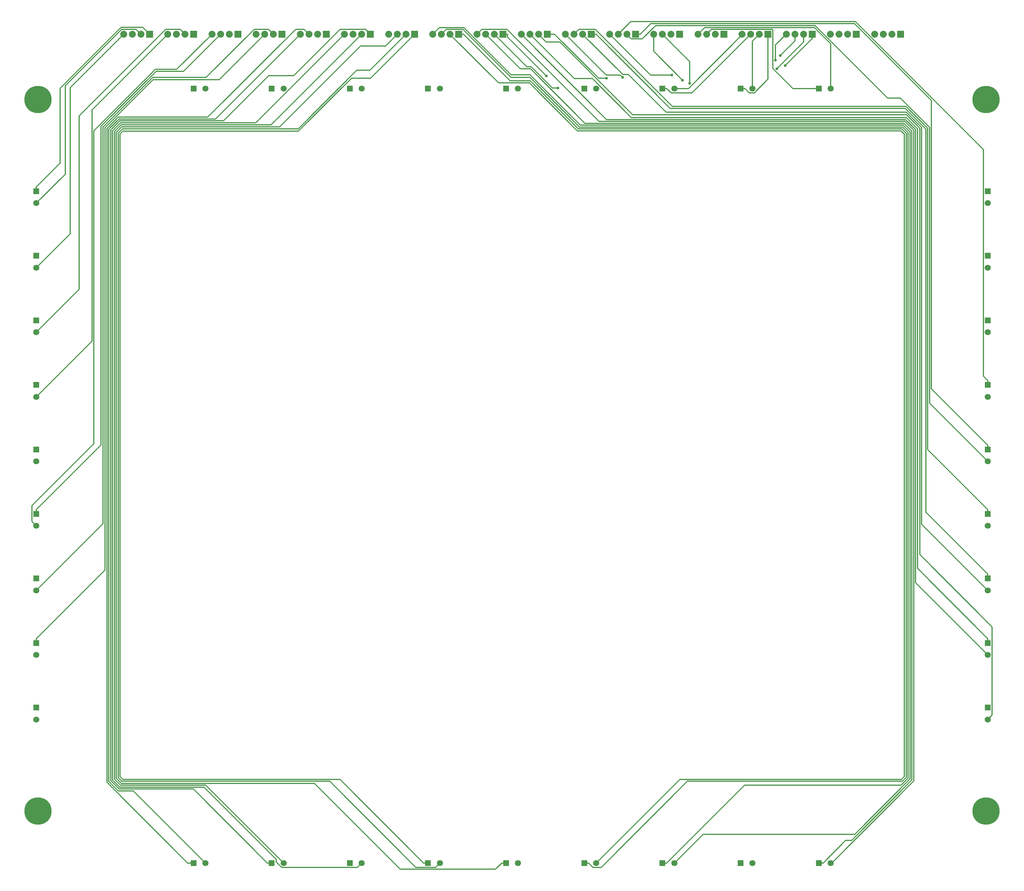
<source format=gbr>
G04 #@! TF.GenerationSoftware,KiCad,Pcbnew,5.1.2-f72e74a~84~ubuntu16.04.1*
G04 #@! TF.CreationDate,2019-10-30T13:45:20-07:00*
G04 #@! TF.ProjectId,roman_led_frame,726f6d61-6e5f-46c6-9564-5f6672616d65,rev?*
G04 #@! TF.SameCoordinates,Original*
G04 #@! TF.FileFunction,Copper,L2,Bot*
G04 #@! TF.FilePolarity,Positive*
%FSLAX46Y46*%
G04 Gerber Fmt 4.6, Leading zero omitted, Abs format (unit mm)*
G04 Created by KiCad (PCBNEW 5.1.2-f72e74a~84~ubuntu16.04.1) date 2019-10-30 13:45:20*
%MOMM*%
%LPD*%
G04 APERTURE LIST*
%ADD10C,1.800000*%
%ADD11R,1.800000X1.800000*%
%ADD12C,8.026400*%
%ADD13R,2.032000X2.032000*%
%ADD14C,2.032000*%
%ADD15C,0.800000*%
%ADD16C,0.350000*%
G04 APERTURE END LIST*
D10*
X340000000Y-257750060D03*
D11*
X340000000Y-254249940D03*
D10*
X340000000Y-238750060D03*
D11*
X340000000Y-235249940D03*
D10*
X340000000Y-219750060D03*
D11*
X340000000Y-216249940D03*
D10*
X340000000Y-200750060D03*
D11*
X340000000Y-197249940D03*
D10*
X340000000Y-181750060D03*
D11*
X340000000Y-178249940D03*
D10*
X340000000Y-162750060D03*
D11*
X340000000Y-159249940D03*
D10*
X340000000Y-143750060D03*
D11*
X340000000Y-140249940D03*
D10*
X340000000Y-124750060D03*
D11*
X340000000Y-121249940D03*
D10*
X340000000Y-105750060D03*
D11*
X340000000Y-102249940D03*
D10*
X60000000Y-105750060D03*
D11*
X60000000Y-102249940D03*
D10*
X60000000Y-124750060D03*
D11*
X60000000Y-121249940D03*
D10*
X60000000Y-143750060D03*
D11*
X60000000Y-140249940D03*
D10*
X60000000Y-162750060D03*
D11*
X60000000Y-159249940D03*
D10*
X60000000Y-181750060D03*
D11*
X60000000Y-178249940D03*
D10*
X60000000Y-200750060D03*
D11*
X60000000Y-197249940D03*
D10*
X60000000Y-219750060D03*
D11*
X60000000Y-216249940D03*
D10*
X60000000Y-238750060D03*
D11*
X60000000Y-235249940D03*
D10*
X60000000Y-257750060D03*
D11*
X60000000Y-254249940D03*
D10*
X109750060Y-300000000D03*
D11*
X106249940Y-300000000D03*
D10*
X132750060Y-300000000D03*
D11*
X129249940Y-300000000D03*
D10*
X155750060Y-300000000D03*
D11*
X152249940Y-300000000D03*
D10*
X178750060Y-300000000D03*
D11*
X175249940Y-300000000D03*
D10*
X201750060Y-300000000D03*
D11*
X198249940Y-300000000D03*
D10*
X224750060Y-300000000D03*
D11*
X221249940Y-300000000D03*
D10*
X247750060Y-300000000D03*
D11*
X244249940Y-300000000D03*
D10*
X270750060Y-300000000D03*
D11*
X267249940Y-300000000D03*
D10*
X293750060Y-300000000D03*
D11*
X290249940Y-300000000D03*
D10*
X293750060Y-72000000D03*
D11*
X290249940Y-72000000D03*
D10*
X270750060Y-72000000D03*
D11*
X267249940Y-72000000D03*
D10*
X247750060Y-72000000D03*
D11*
X244249940Y-72000000D03*
D10*
X224750060Y-72000000D03*
D11*
X221249940Y-72000000D03*
D10*
X201750060Y-72000000D03*
D11*
X198249940Y-72000000D03*
D10*
X178750060Y-72000000D03*
D11*
X175249940Y-72000000D03*
D10*
X155750060Y-72000000D03*
D11*
X152249940Y-72000000D03*
D10*
X132750060Y-72000000D03*
D11*
X129249940Y-72000000D03*
D10*
X109750060Y-72000000D03*
D11*
X106249940Y-72000000D03*
D12*
X339500000Y-284740000D03*
X339500000Y-75260000D03*
X60500000Y-284740000D03*
X60500000Y-75260000D03*
D13*
X93310000Y-56000000D03*
D14*
X90770000Y-56000000D03*
X88230000Y-56000000D03*
X85690000Y-56000000D03*
X98690000Y-56000000D03*
X101230000Y-56000000D03*
X103770000Y-56000000D03*
D13*
X106310000Y-56000000D03*
X119310000Y-56000000D03*
D14*
X116770000Y-56000000D03*
X114230000Y-56000000D03*
X111690000Y-56000000D03*
X124690000Y-56000000D03*
X127230000Y-56000000D03*
X129770000Y-56000000D03*
D13*
X132310000Y-56000000D03*
D14*
X137690000Y-56000000D03*
X140230000Y-56000000D03*
X142770000Y-56000000D03*
D13*
X145310000Y-56000000D03*
X158310000Y-56000000D03*
D14*
X155770000Y-56000000D03*
X153230000Y-56000000D03*
X150690000Y-56000000D03*
X163690000Y-56000000D03*
X166230000Y-56000000D03*
X168770000Y-56000000D03*
D13*
X171310000Y-56000000D03*
X184310000Y-56000000D03*
D14*
X181770000Y-56000000D03*
X179230000Y-56000000D03*
X176690000Y-56000000D03*
X189690000Y-56000000D03*
X192230000Y-56000000D03*
X194770000Y-56000000D03*
D13*
X197310000Y-56000000D03*
X210310000Y-56000000D03*
D14*
X207770000Y-56000000D03*
X205230000Y-56000000D03*
X202690000Y-56000000D03*
X215690000Y-56000000D03*
X218230000Y-56000000D03*
X220770000Y-56000000D03*
D13*
X223310000Y-56000000D03*
D14*
X228690000Y-56000000D03*
X231230000Y-56000000D03*
X233770000Y-56000000D03*
D13*
X236310000Y-56000000D03*
X249310000Y-56000000D03*
D14*
X246770000Y-56000000D03*
X244230000Y-56000000D03*
X241690000Y-56000000D03*
D13*
X262310000Y-56000000D03*
D14*
X259770000Y-56000000D03*
X257230000Y-56000000D03*
X254690000Y-56000000D03*
X267690000Y-56000000D03*
X270230000Y-56000000D03*
X272770000Y-56000000D03*
D13*
X275310000Y-56000000D03*
X288310000Y-56000000D03*
D14*
X285770000Y-56000000D03*
X283230000Y-56000000D03*
X280690000Y-56000000D03*
X293690000Y-56000000D03*
X296230000Y-56000000D03*
X298770000Y-56000000D03*
D13*
X301310000Y-56000000D03*
D14*
X306690000Y-56000000D03*
X309230000Y-56000000D03*
X311770000Y-56000000D03*
D13*
X314310000Y-56000000D03*
D15*
X213512100Y-71891600D03*
X210072200Y-68261400D03*
X227807400Y-68997200D03*
X232516100Y-68691400D03*
X246988900Y-68066200D03*
X252277800Y-70501600D03*
X250161900Y-69532600D03*
X280397600Y-65270700D03*
X277899700Y-66185400D03*
X278927600Y-62295100D03*
X277516500Y-63683000D03*
D16*
X60000000Y-102249900D02*
X60000000Y-100974600D01*
X93310000Y-56000000D02*
X91338400Y-54028400D01*
X91338400Y-54028400D02*
X84912900Y-54028400D01*
X84912900Y-54028400D02*
X67017700Y-71923600D01*
X67017700Y-71923600D02*
X67017700Y-93956900D01*
X67017700Y-93956900D02*
X60000000Y-100974600D01*
X60000000Y-105750100D02*
X68514800Y-97235300D01*
X68514800Y-97235300D02*
X68514800Y-71204900D01*
X68514800Y-71204900D02*
X85133800Y-54585900D01*
X85133800Y-54585900D02*
X89355900Y-54585900D01*
X89355900Y-54585900D02*
X90770000Y-56000000D01*
X85690000Y-56000000D02*
X69935800Y-71754200D01*
X69935800Y-71754200D02*
X69935800Y-114814300D01*
X69935800Y-114814300D02*
X60000000Y-124750100D01*
X98690000Y-56000000D02*
X76370100Y-78319900D01*
X76370100Y-78319900D02*
X76370100Y-146380000D01*
X76370100Y-146380000D02*
X60000000Y-162750100D01*
X103770000Y-56000000D02*
X102370000Y-54600000D01*
X102370000Y-54600000D02*
X98109900Y-54600000D01*
X98109900Y-54600000D02*
X72618200Y-80091700D01*
X72618200Y-80091700D02*
X72618200Y-131131900D01*
X72618200Y-131131900D02*
X60000000Y-143750100D01*
X114230000Y-56000000D02*
X103286300Y-66943700D01*
X103286300Y-66943700D02*
X95260500Y-66943700D01*
X95260500Y-66943700D02*
X79058400Y-83145800D01*
X79058400Y-83145800D02*
X79058400Y-176916200D01*
X79058400Y-176916200D02*
X60000000Y-195974600D01*
X60000000Y-197249900D02*
X60000000Y-195974600D01*
X111690000Y-56000000D02*
X101296600Y-66393400D01*
X101296600Y-66393400D02*
X95032500Y-66393400D01*
X95032500Y-66393400D02*
X76920500Y-84505400D01*
X76920500Y-84505400D02*
X76920500Y-176612900D01*
X76920500Y-176612900D02*
X58724600Y-194808800D01*
X58724600Y-194808800D02*
X58724600Y-199474700D01*
X58724600Y-199474700D02*
X60000000Y-200750100D01*
X127230000Y-56000000D02*
X113857100Y-69372900D01*
X113857100Y-69372900D02*
X94387900Y-69372900D01*
X94387900Y-69372900D02*
X80220200Y-83540600D01*
X80220200Y-83540600D02*
X80220200Y-213754400D01*
X80220200Y-213754400D02*
X60000000Y-233974600D01*
X60000000Y-235249900D02*
X60000000Y-233974600D01*
X129770000Y-56000000D02*
X128378600Y-54608600D01*
X128378600Y-54608600D02*
X124113700Y-54608600D01*
X124113700Y-54608600D02*
X109966500Y-68755800D01*
X109966500Y-68755800D02*
X94226700Y-68755800D01*
X94226700Y-68755800D02*
X79608700Y-83373800D01*
X79608700Y-83373800D02*
X79608700Y-200141400D01*
X79608700Y-200141400D02*
X60000000Y-219750100D01*
X137690000Y-56000000D02*
X112717100Y-80972900D01*
X112717100Y-80972900D02*
X84344500Y-80972900D01*
X84344500Y-80972900D02*
X81320800Y-83996600D01*
X81320800Y-83996600D02*
X81320800Y-275987900D01*
X81320800Y-275987900D02*
X84106700Y-278773800D01*
X84106700Y-278773800D02*
X88523900Y-278773800D01*
X88523900Y-278773800D02*
X109750100Y-300000000D01*
X140230000Y-56000000D02*
X138800700Y-54570700D01*
X138800700Y-54570700D02*
X136321900Y-54570700D01*
X136321900Y-54570700D02*
X110470000Y-80422600D01*
X110470000Y-80422600D02*
X84116500Y-80422600D01*
X84116500Y-80422600D02*
X80770500Y-83768600D01*
X80770500Y-83768600D02*
X80770500Y-276215900D01*
X80770500Y-276215900D02*
X104554600Y-300000000D01*
X104554600Y-300000000D02*
X104974600Y-300000000D01*
X106249900Y-300000000D02*
X104974600Y-300000000D01*
X158310000Y-56000000D02*
X156882300Y-54572300D01*
X156882300Y-54572300D02*
X149395800Y-54572300D01*
X149395800Y-54572300D02*
X135753600Y-68214500D01*
X135753600Y-68214500D02*
X128407200Y-68214500D01*
X128407200Y-68214500D02*
X115098500Y-81523200D01*
X115098500Y-81523200D02*
X84572500Y-81523200D01*
X84572500Y-81523200D02*
X81871100Y-84224600D01*
X81871100Y-84224600D02*
X81871100Y-275759900D01*
X81871100Y-275759900D02*
X84334700Y-278223500D01*
X84334700Y-278223500D02*
X106198100Y-278223500D01*
X106198100Y-278223500D02*
X127974600Y-300000000D01*
X129249900Y-300000000D02*
X127974600Y-300000000D01*
X155770000Y-56000000D02*
X129107100Y-82662900D01*
X129107100Y-82662900D02*
X84989400Y-82662900D01*
X84989400Y-82662900D02*
X82971700Y-84680600D01*
X82971700Y-84680600D02*
X82971700Y-275303900D01*
X82971700Y-275303900D02*
X84790700Y-277122900D01*
X84790700Y-277122900D02*
X109873000Y-277122900D01*
X109873000Y-277122900D02*
X132750100Y-300000000D01*
X150690000Y-56000000D02*
X124616500Y-82073500D01*
X124616500Y-82073500D02*
X84800500Y-82073500D01*
X84800500Y-82073500D02*
X82421400Y-84452600D01*
X82421400Y-84452600D02*
X82421400Y-275531900D01*
X82421400Y-275531900D02*
X84562700Y-277673200D01*
X84562700Y-277673200D02*
X109301000Y-277673200D01*
X109301000Y-277673200D02*
X130598300Y-298970500D01*
X130598300Y-298970500D02*
X130598300Y-299690900D01*
X130598300Y-299690900D02*
X132182800Y-301275400D01*
X132182800Y-301275400D02*
X154474700Y-301275400D01*
X154474700Y-301275400D02*
X155750100Y-300000000D01*
X166230000Y-56000000D02*
X162729100Y-59500900D01*
X162729100Y-59500900D02*
X155391200Y-59500900D01*
X155391200Y-59500900D02*
X131589600Y-83302500D01*
X131589600Y-83302500D02*
X85128100Y-83302500D01*
X85128100Y-83302500D02*
X83522000Y-84908600D01*
X83522000Y-84908600D02*
X83522000Y-275075900D01*
X83522000Y-275075900D02*
X85018700Y-276572600D01*
X85018700Y-276572600D02*
X141857900Y-276572600D01*
X141857900Y-276572600D02*
X167112200Y-301826900D01*
X167112200Y-301826900D02*
X195147700Y-301826900D01*
X195147700Y-301826900D02*
X196974600Y-300000000D01*
X198249900Y-300000000D02*
X196974600Y-300000000D01*
X168770000Y-56000000D02*
X158169100Y-66600900D01*
X158169100Y-66600900D02*
X154337700Y-66600900D01*
X154337700Y-66600900D02*
X137085700Y-83852900D01*
X137085700Y-83852900D02*
X85356100Y-83852900D01*
X85356100Y-83852900D02*
X84072400Y-85136600D01*
X84072400Y-85136600D02*
X84072400Y-274847900D01*
X84072400Y-274847900D02*
X85164300Y-275939800D01*
X85164300Y-275939800D02*
X146297300Y-275939800D01*
X146297300Y-275939800D02*
X171632900Y-301275400D01*
X171632900Y-301275400D02*
X177474700Y-301275400D01*
X177474700Y-301275400D02*
X178750100Y-300000000D01*
X173974600Y-300000000D02*
X149364000Y-275389400D01*
X149364000Y-275389400D02*
X85431300Y-275389400D01*
X85431300Y-275389400D02*
X84624700Y-274582800D01*
X84624700Y-274582800D02*
X84624700Y-85411200D01*
X84624700Y-85411200D02*
X85451600Y-84584300D01*
X85451600Y-84584300D02*
X137132700Y-84584300D01*
X137132700Y-84584300D02*
X152745400Y-68971600D01*
X152745400Y-68971600D02*
X158338400Y-68971600D01*
X158338400Y-68971600D02*
X171310000Y-56000000D01*
X175249900Y-300000000D02*
X173974600Y-300000000D01*
X185701300Y-56000000D02*
X199457200Y-69755900D01*
X199457200Y-69755900D02*
X205392600Y-69755900D01*
X205392600Y-69755900D02*
X219525600Y-83888900D01*
X219525600Y-83888900D02*
X314643300Y-83888900D01*
X314643300Y-83888900D02*
X315988900Y-85234500D01*
X315988900Y-85234500D02*
X315988900Y-274814300D01*
X315988900Y-274814300D02*
X314877400Y-275925800D01*
X314877400Y-275925800D02*
X251602700Y-275925800D01*
X251602700Y-275925800D02*
X226253200Y-301275300D01*
X226253200Y-301275300D02*
X223800500Y-301275300D01*
X223800500Y-301275300D02*
X222525200Y-300000000D01*
X184310000Y-56000000D02*
X185701300Y-56000000D01*
X221249900Y-300000000D02*
X222525200Y-300000000D01*
X181770000Y-56000000D02*
X181770000Y-56087000D01*
X181770000Y-56087000D02*
X196003800Y-70320800D01*
X196003800Y-70320800D02*
X205069800Y-70320800D01*
X205069800Y-70320800D02*
X219188200Y-84439200D01*
X219188200Y-84439200D02*
X314412700Y-84439200D01*
X314412700Y-84439200D02*
X315384300Y-85410800D01*
X315384300Y-85410800D02*
X315384300Y-274563200D01*
X315384300Y-274563200D02*
X314572100Y-275375400D01*
X314572100Y-275375400D02*
X249374700Y-275375400D01*
X249374700Y-275375400D02*
X224750100Y-300000000D01*
X244249900Y-300000000D02*
X245525200Y-300000000D01*
X179230000Y-56000000D02*
X180621400Y-54608600D01*
X180621400Y-54608600D02*
X185542500Y-54608600D01*
X185542500Y-54608600D02*
X199675400Y-68741500D01*
X199675400Y-68741500D02*
X205250500Y-68741500D01*
X205250500Y-68741500D02*
X219847500Y-83338500D01*
X219847500Y-83338500D02*
X314876900Y-83338500D01*
X314876900Y-83338500D02*
X316539300Y-85000900D01*
X316539300Y-85000900D02*
X316539300Y-275042300D01*
X316539300Y-275042300D02*
X314478000Y-277103600D01*
X314478000Y-277103600D02*
X268421600Y-277103600D01*
X268421600Y-277103600D02*
X245525200Y-300000000D01*
X247750100Y-300000000D02*
X256213600Y-291536500D01*
X256213600Y-291536500D02*
X300823500Y-291536500D01*
X300823500Y-291536500D02*
X317089600Y-275270400D01*
X317089600Y-275270400D02*
X317089600Y-84772900D01*
X317089600Y-84772900D02*
X315104900Y-82788200D01*
X315104900Y-82788200D02*
X220075500Y-82788200D01*
X220075500Y-82788200D02*
X205284200Y-67996900D01*
X205284200Y-67996900D02*
X199709300Y-67996900D01*
X199709300Y-67996900D02*
X185770700Y-54058300D01*
X185770700Y-54058300D02*
X178631700Y-54058300D01*
X178631700Y-54058300D02*
X176690000Y-56000000D01*
X189690000Y-56000000D02*
X191095200Y-54594800D01*
X191095200Y-54594800D02*
X198522900Y-54594800D01*
X198522900Y-54594800D02*
X225615700Y-81687600D01*
X225615700Y-81687600D02*
X315560900Y-81687600D01*
X315560900Y-81687600D02*
X318190200Y-84316900D01*
X318190200Y-84316900D02*
X318190200Y-275851700D01*
X318190200Y-275851700D02*
X294041900Y-300000000D01*
X294041900Y-300000000D02*
X293750100Y-300000000D01*
X192230000Y-56000000D02*
X202391100Y-66161100D01*
X202391100Y-66161100D02*
X205394200Y-66161100D01*
X205394200Y-66161100D02*
X221471000Y-82237900D01*
X221471000Y-82237900D02*
X315332900Y-82237900D01*
X315332900Y-82237900D02*
X317639900Y-84544900D01*
X317639900Y-84544900D02*
X317639900Y-275593200D01*
X317639900Y-275593200D02*
X299895500Y-293337600D01*
X299895500Y-293337600D02*
X298187600Y-293337600D01*
X298187600Y-293337600D02*
X291525200Y-300000000D01*
X290249900Y-300000000D02*
X291525200Y-300000000D01*
X213512100Y-71891600D02*
X211903000Y-71891600D01*
X211903000Y-71891600D02*
X205622100Y-65610700D01*
X205622100Y-65610700D02*
X204312700Y-65610700D01*
X204312700Y-65610700D02*
X194770000Y-56068000D01*
X194770000Y-56068000D02*
X194770000Y-56000000D01*
X197310000Y-56000000D02*
X198701300Y-56000000D01*
X198701300Y-56000000D02*
X198701300Y-56890500D01*
X198701300Y-56890500D02*
X210072200Y-68261400D01*
X227807400Y-68997200D02*
X225476900Y-68997200D01*
X225476900Y-68997200D02*
X212479700Y-56000000D01*
X212479700Y-56000000D02*
X210310000Y-56000000D01*
X340000000Y-257750100D02*
X341275400Y-256474700D01*
X341275400Y-256474700D02*
X341275400Y-230526300D01*
X341275400Y-230526300D02*
X319978700Y-209229600D01*
X319978700Y-209229600D02*
X319978700Y-83692900D01*
X319978700Y-83692900D02*
X316055700Y-79769900D01*
X316055700Y-79769900D02*
X235471100Y-79769900D01*
X235471100Y-79769900D02*
X214046600Y-58345400D01*
X214046600Y-58345400D02*
X210040600Y-58345400D01*
X210040600Y-58345400D02*
X207770000Y-56074800D01*
X207770000Y-56074800D02*
X207770000Y-56000000D01*
X340000000Y-235249900D02*
X340000000Y-233974600D01*
X205230000Y-56000000D02*
X218332100Y-69102100D01*
X218332100Y-69102100D02*
X223655900Y-69102100D01*
X223655900Y-69102100D02*
X235107300Y-80553500D01*
X235107300Y-80553500D02*
X315989200Y-80553500D01*
X315989200Y-80553500D02*
X319290900Y-83855200D01*
X319290900Y-83855200D02*
X319290900Y-213265500D01*
X319290900Y-213265500D02*
X340000000Y-233974600D01*
X340000000Y-238750100D02*
X318740500Y-217490600D01*
X318740500Y-217490600D02*
X318740500Y-84088900D01*
X318740500Y-84088900D02*
X315788900Y-81137300D01*
X315788900Y-81137300D02*
X227827300Y-81137300D01*
X227827300Y-81137300D02*
X202690000Y-56000000D01*
X232516100Y-68691400D02*
X231857900Y-68033200D01*
X231857900Y-68033200D02*
X227723200Y-68033200D01*
X227723200Y-68033200D02*
X215690000Y-56000000D01*
X218230000Y-56000000D02*
X219621400Y-54608600D01*
X219621400Y-54608600D02*
X224501600Y-54608600D01*
X224501600Y-54608600D02*
X247178200Y-77285200D01*
X247178200Y-77285200D02*
X315905900Y-77285200D01*
X315905900Y-77285200D02*
X322317500Y-83696800D01*
X322317500Y-83696800D02*
X322317500Y-178292100D01*
X322317500Y-178292100D02*
X340000000Y-195974600D01*
X340000000Y-197249900D02*
X340000000Y-195974600D01*
X340000000Y-219750100D02*
X320529000Y-200279100D01*
X320529000Y-200279100D02*
X320529000Y-83464900D01*
X320529000Y-83464900D02*
X316000200Y-78936100D01*
X316000200Y-78936100D02*
X245280300Y-78936100D01*
X245280300Y-78936100D02*
X234260300Y-67916100D01*
X234260300Y-67916100D02*
X232599100Y-67916100D01*
X232599100Y-67916100D02*
X220770000Y-56087000D01*
X220770000Y-56087000D02*
X220770000Y-56000000D01*
X224701300Y-56000000D02*
X246536800Y-77835500D01*
X246536800Y-77835500D02*
X315677900Y-77835500D01*
X315677900Y-77835500D02*
X321767200Y-83924800D01*
X321767200Y-83924800D02*
X321767200Y-196741800D01*
X321767200Y-196741800D02*
X340000000Y-214974600D01*
X340000000Y-216249900D02*
X340000000Y-214974600D01*
X223310000Y-56000000D02*
X224701300Y-56000000D01*
X228690000Y-56000000D02*
X240756200Y-68066200D01*
X240756200Y-68066200D02*
X246988900Y-68066200D01*
X340000000Y-159249900D02*
X340000000Y-157974600D01*
X231230000Y-56000000D02*
X234904900Y-52325100D01*
X234904900Y-52325100D02*
X301047400Y-52325100D01*
X301047400Y-52325100D02*
X338724700Y-90002400D01*
X338724700Y-90002400D02*
X338724700Y-156699300D01*
X338724700Y-156699300D02*
X340000000Y-157974600D01*
X233770000Y-56000000D02*
X233770000Y-56071100D01*
X233770000Y-56071100D02*
X235110500Y-57411600D01*
X235110500Y-57411600D02*
X238310700Y-57411600D01*
X238310700Y-57411600D02*
X242252500Y-53469800D01*
X242252500Y-53469800D02*
X289171400Y-53469800D01*
X289171400Y-53469800D02*
X310549200Y-74847600D01*
X310549200Y-74847600D02*
X314251400Y-74847600D01*
X314251400Y-74847600D02*
X322867900Y-83464100D01*
X322867900Y-83464100D02*
X322867900Y-164618000D01*
X322867900Y-164618000D02*
X340000000Y-181750100D01*
X237701300Y-56000000D02*
X240825800Y-52875500D01*
X240825800Y-52875500D02*
X300766200Y-52875500D01*
X300766200Y-52875500D02*
X323418300Y-75527600D01*
X323418300Y-75527600D02*
X323418300Y-160392900D01*
X323418300Y-160392900D02*
X340000000Y-176974600D01*
X340000000Y-178249900D02*
X340000000Y-176974600D01*
X236310000Y-56000000D02*
X237701300Y-56000000D01*
X244230000Y-56000000D02*
X252277800Y-64047800D01*
X252277800Y-64047800D02*
X252277800Y-70501600D01*
X241690000Y-56000000D02*
X241690000Y-61060700D01*
X241690000Y-61060700D02*
X250161900Y-69532600D01*
X257230000Y-56000000D02*
X258621400Y-54608600D01*
X258621400Y-54608600D02*
X276527500Y-54608600D01*
X276527500Y-54608600D02*
X276701300Y-54782400D01*
X276701300Y-54782400D02*
X276701300Y-66088000D01*
X276701300Y-66088000D02*
X282613300Y-72000000D01*
X282613300Y-72000000D02*
X290249900Y-72000000D01*
X254690000Y-56000000D02*
X256638300Y-54051700D01*
X256638300Y-54051700D02*
X288974900Y-54051700D01*
X288974900Y-54051700D02*
X293750100Y-58826900D01*
X293750100Y-58826900D02*
X293750100Y-72000000D01*
X247750100Y-72000000D02*
X251875900Y-72000000D01*
X251875900Y-72000000D02*
X267690000Y-56185900D01*
X267690000Y-56185900D02*
X267690000Y-56000000D01*
X244249900Y-72000000D02*
X245525200Y-72000000D01*
X270230000Y-56000000D02*
X252954700Y-73275300D01*
X252954700Y-73275300D02*
X246800500Y-73275300D01*
X246800500Y-73275300D02*
X245525200Y-72000000D01*
X272770000Y-56000000D02*
X270750100Y-58019900D01*
X270750100Y-58019900D02*
X270750100Y-72000000D01*
X267249900Y-72000000D02*
X268525200Y-72000000D01*
X275310000Y-56000000D02*
X275310000Y-69244400D01*
X275310000Y-69244400D02*
X271279100Y-73275300D01*
X271279100Y-73275300D02*
X269800500Y-73275300D01*
X269800500Y-73275300D02*
X268525200Y-72000000D01*
X288310000Y-56000000D02*
X288310000Y-57391300D01*
X288310000Y-57391300D02*
X288277000Y-57391300D01*
X288277000Y-57391300D02*
X280397600Y-65270700D01*
X285770000Y-56000000D02*
X285770000Y-58315100D01*
X285770000Y-58315100D02*
X277899700Y-66185400D01*
X283230000Y-56000000D02*
X283230000Y-57992700D01*
X283230000Y-57992700D02*
X278927600Y-62295100D01*
X280690000Y-56000000D02*
X277516500Y-59173500D01*
X277516500Y-59173500D02*
X277516500Y-63683000D01*
M02*

</source>
